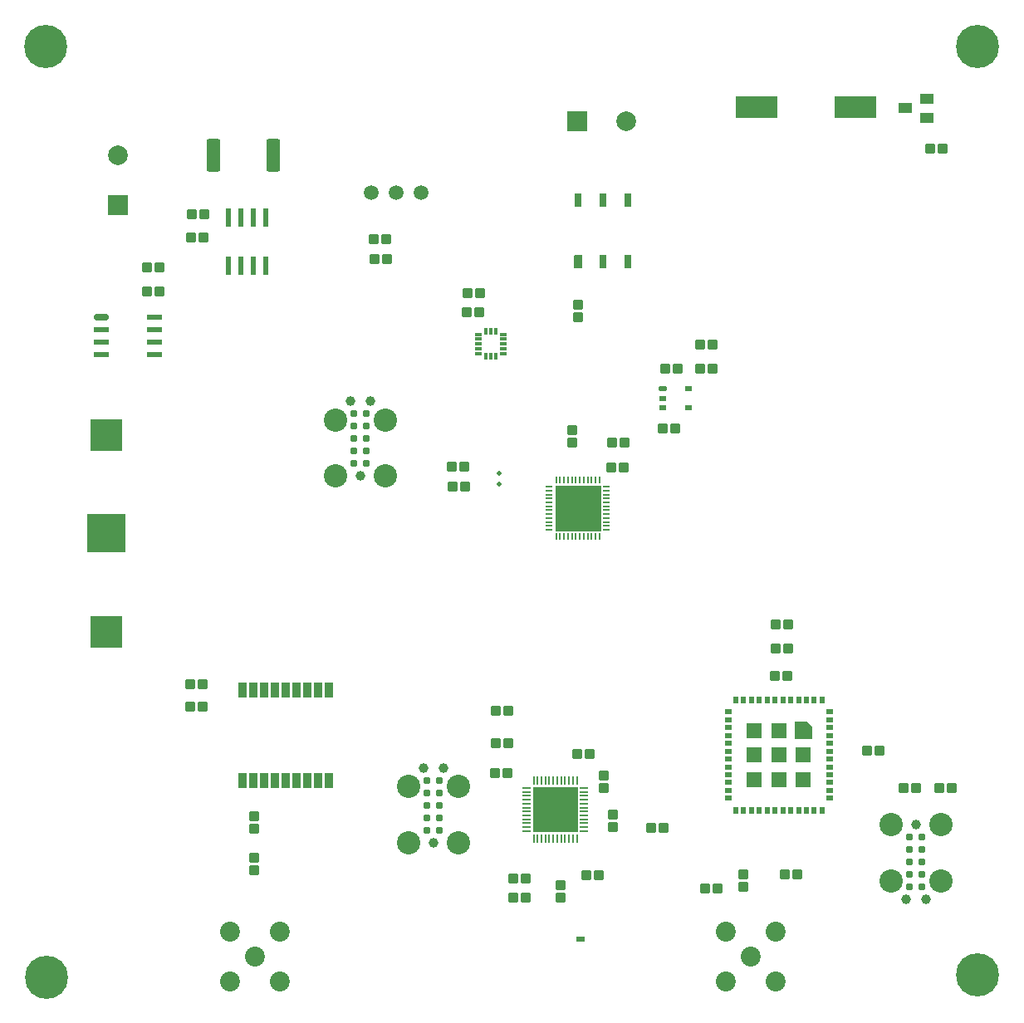
<source format=gbr>
%TF.GenerationSoftware,KiCad,Pcbnew,(5.99.0-10506-gb986797469)*%
%TF.CreationDate,2021-05-19T12:07:34+01:00*%
%TF.ProjectId,LoRa tracker,4c6f5261-2074-4726-9163-6b65722e6b69,rev?*%
%TF.SameCoordinates,Original*%
%TF.FileFunction,Soldermask,Top*%
%TF.FilePolarity,Negative*%
%FSLAX46Y46*%
G04 Gerber Fmt 4.6, Leading zero omitted, Abs format (unit mm)*
G04 Created by KiCad (PCBNEW (5.99.0-10506-gb986797469)) date 2021-05-19 12:07:34*
%MOMM*%
%LPD*%
G01*
G04 APERTURE LIST*
G04 Aperture macros list*
%AMRoundRect*
0 Rectangle with rounded corners*
0 $1 Rounding radius*
0 $2 $3 $4 $5 $6 $7 $8 $9 X,Y pos of 4 corners*
0 Add a 4 corners polygon primitive as box body*
4,1,4,$2,$3,$4,$5,$6,$7,$8,$9,$2,$3,0*
0 Add four circle primitives for the rounded corners*
1,1,$1+$1,$2,$3*
1,1,$1+$1,$4,$5*
1,1,$1+$1,$6,$7*
1,1,$1+$1,$8,$9*
0 Add four rect primitives between the rounded corners*
20,1,$1+$1,$2,$3,$4,$5,0*
20,1,$1+$1,$4,$5,$6,$7,0*
20,1,$1+$1,$6,$7,$8,$9,0*
20,1,$1+$1,$8,$9,$2,$3,0*%
%AMOutline5P*
0 Free polygon, 5 corners , with rotation*
0 The origin of the aperture is its center*
0 number of corners: always 8*
0 $1 to $10 corner X, Y*
0 $11 Rotation angle, in degrees counterclockwise*
0 create outline with 8 corners*
4,1,5,$1,$2,$3,$4,$5,$6,$7,$8,$9,$10,$1,$2,$11*%
%AMOutline6P*
0 Free polygon, 6 corners , with rotation*
0 The origin of the aperture is its center*
0 number of corners: always 6*
0 $1 to $12 corner X, Y*
0 $13 Rotation angle, in degrees counterclockwise*
0 create outline with 6 corners*
4,1,6,$1,$2,$3,$4,$5,$6,$7,$8,$9,$10,$11,$12,$1,$2,$13*%
%AMOutline7P*
0 Free polygon, 7 corners , with rotation*
0 The origin of the aperture is its center*
0 number of corners: always 7*
0 $1 to $14 corner X, Y*
0 $15 Rotation angle, in degrees counterclockwise*
0 create outline with 7 corners*
4,1,7,$1,$2,$3,$4,$5,$6,$7,$8,$9,$10,$11,$12,$13,$14,$1,$2,$15*%
%AMOutline8P*
0 Free polygon, 8 corners , with rotation*
0 The origin of the aperture is its center*
0 number of corners: always 8*
0 $1 to $16 corner X, Y*
0 $17 Rotation angle, in degrees counterclockwise*
0 create outline with 8 corners*
4,1,8,$1,$2,$3,$4,$5,$6,$7,$8,$9,$10,$11,$12,$13,$14,$15,$16,$1,$2,$17*%
G04 Aperture macros list end*
%ADD10C,0.010000*%
%ADD11RoundRect,0.250000X0.300000X-0.250000X0.300000X0.250000X-0.300000X0.250000X-0.300000X-0.250000X0*%
%ADD12R,0.220000X0.810000*%
%ADD13R,0.810000X0.220000*%
%ADD14R,4.600000X4.600000*%
%ADD15C,0.990600*%
%ADD16C,2.374900*%
%ADD17C,0.787400*%
%ADD18R,0.800000X0.300000*%
%ADD19R,0.300000X0.800000*%
%ADD20RoundRect,0.250000X-0.300000X0.250000X-0.300000X-0.250000X0.300000X-0.250000X0.300000X0.250000X0*%
%ADD21Outline5P,0.400000X0.700000X0.400000X-0.700000X-0.400000X-0.700000X-0.400000X0.540000X-0.240000X0.700000X0.000000*%
%ADD22R,0.800000X1.400000*%
%ADD23R,3.180000X3.180000*%
%ADD24R,3.960000X3.960000*%
%ADD25RoundRect,0.250000X0.250000X0.300000X-0.250000X0.300000X-0.250000X-0.300000X0.250000X-0.300000X0*%
%ADD26RoundRect,0.250000X-0.250000X-0.300000X0.250000X-0.300000X0.250000X0.300000X-0.250000X0.300000X0*%
%ADD27C,2.030000*%
%ADD28RoundRect,0.137500X0.262500X-0.137500X0.262500X0.137500X-0.262500X0.137500X-0.262500X-0.137500X0*%
%ADD29R,0.800000X0.550000*%
%ADD30C,0.500000*%
%ADD31R,1.399540X0.998220*%
%ADD32C,0.700000*%
%ADD33C,4.400000*%
%ADD34R,2.000000X2.000000*%
%ADD35C,2.000000*%
%ADD36R,0.600000X1.970000*%
%ADD37RoundRect,0.249999X-0.450001X-1.425001X0.450001X-1.425001X0.450001X1.425001X-0.450001X1.425001X0*%
%ADD38R,4.220000X2.310000*%
%ADD39C,1.500000*%
%ADD40R,0.500000X0.800000*%
%ADD41R,0.800000X0.500000*%
%ADD42R,1.000000X1.000000*%
%ADD43R,1.600000X1.600000*%
%ADD44R,0.900000X1.600000*%
%ADD45R,0.900000X0.500000*%
%ADD46R,0.710000X0.220000*%
%ADD47R,0.220000X0.710000*%
%ADD48RoundRect,0.150000X0.625000X-0.150000X0.625000X0.150000X-0.625000X0.150000X-0.625000X-0.150000X0*%
%ADD49R,1.550000X0.600000*%
G04 APERTURE END LIST*
%TO.C,U8*%
G36*
X142845000Y-109785000D02*
G01*
X142845000Y-111085000D01*
X141045000Y-111085000D01*
X141045000Y-109285000D01*
X142345000Y-109285000D01*
X142845000Y-109785000D01*
G37*
D10*
%TO.C,U7*%
X116640000Y-89820000D02*
X116640000Y-85220000D01*
X116640000Y-85220000D02*
X121240000Y-85220000D01*
X121240000Y-85220000D02*
X121240000Y-89820000D01*
X121240000Y-89820000D02*
X116640000Y-89820000D01*
G36*
X121240000Y-89820000D02*
G01*
X116640000Y-89820000D01*
X116640000Y-85220000D01*
X121240000Y-85220000D01*
X121240000Y-89820000D01*
G37*
X121240000Y-89820000D02*
X116640000Y-89820000D01*
X116640000Y-85220000D01*
X121240000Y-85220000D01*
X121240000Y-89820000D01*
%TD*%
D11*
%TO.C,C22*%
X122405000Y-80815000D03*
X123675000Y-80815000D03*
%TD*%
D12*
%TO.C,U6*%
X118840000Y-115290000D03*
X118440000Y-115290000D03*
X118040000Y-115290000D03*
X117640000Y-115290000D03*
X117240000Y-115290000D03*
X116840000Y-115290000D03*
X116440000Y-115290000D03*
X116040000Y-115290000D03*
X115640000Y-115290000D03*
X115240000Y-115290000D03*
X114840000Y-115290000D03*
X114440000Y-115290000D03*
D13*
X113690000Y-116040000D03*
X113690000Y-116440000D03*
X113690000Y-116840000D03*
X113690000Y-117240000D03*
X113690000Y-117640000D03*
X113690000Y-118040000D03*
X113690000Y-118440000D03*
X113690000Y-118840000D03*
X113690000Y-119240000D03*
X113690000Y-119640000D03*
X113690000Y-120040000D03*
X113690000Y-120440000D03*
D12*
X114440000Y-121190000D03*
X114840000Y-121190000D03*
X115240000Y-121190000D03*
X115640000Y-121190000D03*
X116040000Y-121190000D03*
X116440000Y-121190000D03*
X116840000Y-121190000D03*
X117240000Y-121190000D03*
X117640000Y-121190000D03*
X118040000Y-121190000D03*
X118440000Y-121190000D03*
X118840000Y-121190000D03*
D13*
X119590000Y-120440000D03*
X119590000Y-120040000D03*
X119590000Y-119640000D03*
X119590000Y-119240000D03*
X119590000Y-118840000D03*
X119590000Y-118440000D03*
X119590000Y-118040000D03*
X119590000Y-117640000D03*
X119590000Y-117240000D03*
X119590000Y-116840000D03*
X119590000Y-116440000D03*
X119590000Y-116040000D03*
D14*
X116640000Y-118240000D03*
%TD*%
D11*
%TO.C,C18*%
X126410000Y-120070000D03*
X127680000Y-120070000D03*
%TD*%
D15*
%TO.C,CON2*%
X95734000Y-76615000D03*
D16*
X94210000Y-84235000D03*
D15*
X97766000Y-76615000D03*
D16*
X94210000Y-78520000D03*
X99290000Y-84235000D03*
D15*
X96750000Y-84235000D03*
D16*
X99290000Y-78520000D03*
D17*
X97385000Y-82965000D03*
X97385000Y-81695000D03*
X97385000Y-80425000D03*
X97385000Y-79155000D03*
X97385000Y-77885000D03*
X96115000Y-77885000D03*
X96115000Y-79155000D03*
X96115000Y-80425000D03*
X96115000Y-81695000D03*
X96115000Y-82965000D03*
%TD*%
D18*
%TO.C,U3*%
X111341750Y-71780250D03*
X111341750Y-71280250D03*
X111341750Y-70780250D03*
X111341750Y-70280250D03*
X111341750Y-69780250D03*
D19*
X110566750Y-69505250D03*
X110066750Y-69505250D03*
X109566750Y-69505250D03*
D18*
X108791750Y-69780250D03*
X108791750Y-70280250D03*
X108791750Y-70780250D03*
X108791750Y-71280250D03*
X108791750Y-71780250D03*
D19*
X109566750Y-72055250D03*
X110066750Y-72055250D03*
X110566750Y-72055250D03*
%TD*%
D11*
%TO.C,C33*%
X106055000Y-83245000D03*
X107325000Y-83245000D03*
%TD*%
D20*
%TO.C,C26*%
X140365000Y-101785000D03*
X139095000Y-101785000D03*
%TD*%
D11*
%TO.C,R9*%
X152169000Y-116083000D03*
X153439000Y-116083000D03*
%TD*%
D20*
%TO.C,R5*%
X129122500Y-73287500D03*
X127852500Y-73287500D03*
%TD*%
D21*
%TO.C,U4*%
X118990000Y-62380000D03*
D22*
X121530000Y-62380000D03*
X124070000Y-62380000D03*
X124070000Y-56080000D03*
X121530000Y-56080000D03*
X118990000Y-56080000D03*
%TD*%
D23*
%TO.C,BT1*%
X70890000Y-80060000D03*
X70890000Y-100100000D03*
D24*
X70890000Y-90080000D03*
%TD*%
D25*
%TO.C,C20*%
X118350000Y-80830000D03*
X118350000Y-79560000D03*
%TD*%
%TO.C,R3*%
X118950000Y-68030000D03*
X118950000Y-66760000D03*
%TD*%
D11*
%TO.C,C21*%
X122350000Y-83400000D03*
X123620000Y-83400000D03*
%TD*%
%TO.C,C34*%
X106170000Y-85330000D03*
X107440000Y-85330000D03*
%TD*%
D20*
%TO.C,C25*%
X140365000Y-99395000D03*
X139095000Y-99395000D03*
%TD*%
D11*
%TO.C,C12*%
X110555000Y-111490000D03*
X111825000Y-111490000D03*
%TD*%
D26*
%TO.C,L1*%
X85935000Y-118903596D03*
X85935000Y-120173596D03*
%TD*%
D27*
%TO.C,AE3*%
X136590000Y-133190000D03*
X134050000Y-135730000D03*
X134050000Y-130650000D03*
X139130000Y-135730000D03*
X139130000Y-130650000D03*
%TD*%
D11*
%TO.C,C1*%
X98220000Y-62120000D03*
X99490000Y-62120000D03*
%TD*%
D20*
%TO.C,C8*%
X80670000Y-105490000D03*
X79400000Y-105490000D03*
%TD*%
D28*
%TO.C,U5*%
X127587500Y-75357500D03*
D29*
X127587500Y-76307500D03*
X127587500Y-77257500D03*
X130187500Y-77257500D03*
X130187500Y-75357500D03*
%TD*%
D30*
%TO.C,Y2*%
X110930000Y-85030000D03*
X110930000Y-83930000D03*
%TD*%
D31*
%TO.C,Q1*%
X154539820Y-47679960D03*
X154539820Y-45780040D03*
X152340180Y-46730000D03*
%TD*%
D20*
%TO.C,C3*%
X80835000Y-57505000D03*
X79565000Y-57505000D03*
%TD*%
D11*
%TO.C,C23*%
X140055000Y-124875000D03*
X141325000Y-124875000D03*
%TD*%
D32*
%TO.C,REF\u002A\u002A*%
X159720000Y-38750000D03*
X160886726Y-39233274D03*
D33*
X159720000Y-40400000D03*
D32*
X158553274Y-41566726D03*
X160886726Y-41566726D03*
X158553274Y-39233274D03*
X158070000Y-40400000D03*
X161370000Y-40400000D03*
X159720000Y-42050000D03*
%TD*%
D11*
%TO.C,R2*%
X154820000Y-50830000D03*
X156090000Y-50830000D03*
%TD*%
D34*
%TO.C,J2*%
X118850000Y-48020000D03*
D35*
X123850000Y-48020000D03*
%TD*%
D26*
%TO.C,R8*%
X135810000Y-124870000D03*
X135810000Y-126140000D03*
%TD*%
D20*
%TO.C,C5*%
X108920000Y-67540000D03*
X107650000Y-67540000D03*
%TD*%
%TO.C,C7*%
X80685000Y-107785000D03*
X79415000Y-107785000D03*
%TD*%
D32*
%TO.C,REF\u002A\u002A*%
X63573274Y-134153274D03*
X64740000Y-133670000D03*
X63573274Y-136486726D03*
X65906726Y-134153274D03*
X64740000Y-136970000D03*
D33*
X64740000Y-135320000D03*
D32*
X63090000Y-135320000D03*
X65906726Y-136486726D03*
X66390000Y-135320000D03*
%TD*%
D36*
%TO.C,U1*%
X87105000Y-57860000D03*
X85835000Y-57860000D03*
X84565000Y-57860000D03*
X83295000Y-57860000D03*
X83295000Y-62800000D03*
X84565000Y-62800000D03*
X85835000Y-62800000D03*
X87105000Y-62800000D03*
%TD*%
D11*
%TO.C,C11*%
X110590000Y-108210000D03*
X111860000Y-108210000D03*
%TD*%
%TO.C,C29*%
X131445000Y-70871000D03*
X132715000Y-70871000D03*
%TD*%
%TO.C,C2*%
X98130000Y-60120000D03*
X99400000Y-60120000D03*
%TD*%
D20*
%TO.C,C4*%
X80790000Y-59930000D03*
X79520000Y-59930000D03*
%TD*%
D27*
%TO.C,AE1*%
X86040000Y-133250000D03*
X88580000Y-130710000D03*
X83500000Y-130710000D03*
X88580000Y-135790000D03*
X83500000Y-135790000D03*
%TD*%
D37*
%TO.C,R1*%
X81800000Y-51490000D03*
X87900000Y-51490000D03*
%TD*%
D11*
%TO.C,C32*%
X155829000Y-116083000D03*
X157099000Y-116083000D03*
%TD*%
D32*
%TO.C,REF\u002A\u002A*%
X66370000Y-40430000D03*
X63553274Y-39263274D03*
X63553274Y-41596726D03*
D33*
X64720000Y-40430000D03*
D32*
X64720000Y-42080000D03*
X65886726Y-41596726D03*
X63070000Y-40430000D03*
X65886726Y-39263274D03*
X64720000Y-38780000D03*
%TD*%
D38*
%TO.C,PZ1*%
X147275000Y-46640000D03*
X137185000Y-46640000D03*
%TD*%
D20*
%TO.C,C27*%
X140340000Y-104620000D03*
X139070000Y-104620000D03*
%TD*%
D32*
%TO.C,REF\u002A\u002A*%
X158010000Y-135110000D03*
X158493274Y-133943274D03*
X159660000Y-136760000D03*
X160826726Y-133943274D03*
X159660000Y-133460000D03*
D33*
X159660000Y-135110000D03*
D32*
X161310000Y-135110000D03*
X160826726Y-136276726D03*
X158493274Y-136276726D03*
%TD*%
D39*
%TO.C,U2*%
X97850000Y-55330000D03*
X100390000Y-55330000D03*
X102930000Y-55330000D03*
%TD*%
D26*
%TO.C,C13*%
X121625000Y-114745000D03*
X121625000Y-116015000D03*
%TD*%
D20*
%TO.C,R7*%
X149720000Y-112250000D03*
X148450000Y-112250000D03*
%TD*%
%TO.C,C19*%
X113600000Y-127240000D03*
X112330000Y-127240000D03*
%TD*%
D34*
%TO.C,J1*%
X72055000Y-56565000D03*
D35*
X72055000Y-51565000D03*
%TD*%
D40*
%TO.C,U8*%
X143845000Y-107035000D03*
X143045000Y-107035000D03*
X142245000Y-107035000D03*
X141445000Y-107035000D03*
X140645000Y-107035000D03*
X139845000Y-107035000D03*
X139045000Y-107035000D03*
X138245000Y-107035000D03*
X137445000Y-107035000D03*
X136645000Y-107035000D03*
X135845000Y-107035000D03*
X135045000Y-107035000D03*
D41*
X134245000Y-108285000D03*
X134245000Y-109085000D03*
X134245000Y-109885000D03*
X134245000Y-110685000D03*
X134245000Y-111485000D03*
X134245000Y-112285000D03*
X134245000Y-113085000D03*
X134245000Y-113885000D03*
X134245000Y-114685000D03*
X134245000Y-115485000D03*
X134245000Y-116285000D03*
X134245000Y-117085000D03*
D40*
X135045000Y-118335000D03*
X135845000Y-118335000D03*
X136645000Y-118335000D03*
X137445000Y-118335000D03*
X138245000Y-118335000D03*
X139045000Y-118335000D03*
X139845000Y-118335000D03*
X140645000Y-118335000D03*
X141445000Y-118335000D03*
X142245000Y-118335000D03*
X143045000Y-118335000D03*
X143845000Y-118335000D03*
D41*
X144645000Y-117085000D03*
X144645000Y-116285000D03*
X144645000Y-115485000D03*
X144645000Y-114685000D03*
X144645000Y-113885000D03*
X144645000Y-113085000D03*
X144645000Y-112285000D03*
X144645000Y-111485000D03*
X144645000Y-110685000D03*
X144645000Y-109885000D03*
X144645000Y-109085000D03*
X144645000Y-108285000D03*
D42*
X141945000Y-110185000D03*
D43*
X141945000Y-112685000D03*
X141945000Y-115185000D03*
X139445000Y-110185000D03*
X139445000Y-112685000D03*
X139445000Y-115185000D03*
X136945000Y-110185000D03*
X136945000Y-112685000D03*
X136945000Y-115185000D03*
%TD*%
D11*
%TO.C,C31*%
X131445000Y-73261000D03*
X132715000Y-73261000D03*
%TD*%
D44*
%TO.C,MOD2*%
X93590000Y-106040000D03*
X92490000Y-106040000D03*
X91390000Y-106040000D03*
X90290000Y-106040000D03*
X89190000Y-106040000D03*
X88090000Y-106040000D03*
X86990000Y-106040000D03*
X85890000Y-106040000D03*
X84790000Y-106040000D03*
X84790000Y-115240000D03*
X85890000Y-115240000D03*
X86990000Y-115240000D03*
X88090000Y-115240000D03*
X89190000Y-115240000D03*
X90290000Y-115240000D03*
X91390000Y-115240000D03*
X92490000Y-115240000D03*
X93590000Y-115240000D03*
%TD*%
D20*
%TO.C,C24*%
X133200000Y-126270000D03*
X131930000Y-126270000D03*
%TD*%
D26*
%TO.C,C9*%
X85970000Y-123158596D03*
X85970000Y-124428596D03*
%TD*%
D16*
%TO.C,CON3*%
X150850000Y-125515000D03*
D15*
X152374000Y-127420000D03*
D16*
X155930000Y-125515000D03*
X155930000Y-119800000D03*
D15*
X153390000Y-119800000D03*
D16*
X150850000Y-119800000D03*
D15*
X154406000Y-127420000D03*
D17*
X152755000Y-121070000D03*
X152755000Y-122340000D03*
X152755000Y-123610000D03*
X152755000Y-124880000D03*
X152755000Y-126150000D03*
X154025000Y-126150000D03*
X154025000Y-124880000D03*
X154025000Y-123610000D03*
X154025000Y-122340000D03*
X154025000Y-121070000D03*
%TD*%
D45*
%TO.C,AE2*%
X119190000Y-131450000D03*
%TD*%
D20*
%TO.C,C6*%
X108950000Y-65620000D03*
X107680000Y-65620000D03*
%TD*%
%TO.C,R4*%
X128847500Y-79342500D03*
X127577500Y-79342500D03*
%TD*%
%TO.C,C14*%
X121040000Y-124940000D03*
X119770000Y-124940000D03*
%TD*%
D46*
%TO.C,U7*%
X116040000Y-85320000D03*
X116040000Y-85720000D03*
X116040000Y-86120000D03*
X116040000Y-86520000D03*
X116040000Y-86920000D03*
X116040000Y-87320000D03*
X116040000Y-87720000D03*
X116040000Y-88120000D03*
X116040000Y-88520000D03*
X116040000Y-88920000D03*
X116040000Y-89320000D03*
X116040000Y-89720000D03*
D47*
X116740000Y-90420000D03*
X117140000Y-90420000D03*
X117540000Y-90420000D03*
X117940000Y-90420000D03*
X118340000Y-90420000D03*
X118740000Y-90420000D03*
X119140000Y-90420000D03*
X119540000Y-90420000D03*
X119940000Y-90420000D03*
X120340000Y-90420000D03*
X120740000Y-90420000D03*
X121140000Y-90420000D03*
D46*
X121840000Y-89720000D03*
X121840000Y-89320000D03*
X121840000Y-88920000D03*
X121840000Y-88520000D03*
X121840000Y-88120000D03*
X121840000Y-87720000D03*
X121840000Y-87320000D03*
X121840000Y-86920000D03*
X121840000Y-86520000D03*
X121840000Y-86120000D03*
X121840000Y-85720000D03*
X121840000Y-85320000D03*
D47*
X121140000Y-84620000D03*
X120740000Y-84620000D03*
X120340000Y-84620000D03*
X119940000Y-84620000D03*
X119540000Y-84620000D03*
X119140000Y-84620000D03*
X118740000Y-84620000D03*
X118340000Y-84620000D03*
X117940000Y-84620000D03*
X117540000Y-84620000D03*
X117140000Y-84620000D03*
X116740000Y-84620000D03*
%TD*%
D20*
%TO.C,C15*%
X120110000Y-112560000D03*
X118840000Y-112560000D03*
%TD*%
D11*
%TO.C,R6*%
X117190000Y-125970000D03*
D26*
X117190000Y-127240000D03*
%TD*%
D11*
%TO.C,C10*%
X110460000Y-114545000D03*
X111730000Y-114545000D03*
%TD*%
D48*
%TO.C,U9*%
X70358000Y-68072000D03*
D49*
X70358000Y-69342000D03*
X70358000Y-70612000D03*
X70358000Y-71882000D03*
X75758000Y-71882000D03*
X75758000Y-70612000D03*
X75758000Y-69342000D03*
X75758000Y-68072000D03*
%TD*%
D25*
%TO.C,C17*%
X122480000Y-120020000D03*
X122480000Y-118750000D03*
%TD*%
D20*
%TO.C,C16*%
X113600000Y-125290000D03*
X112330000Y-125290000D03*
%TD*%
D11*
%TO.C,C30*%
X75057000Y-62997000D03*
X76327000Y-62997000D03*
%TD*%
%TO.C,C28*%
X75057000Y-65387000D03*
X76327000Y-65387000D03*
%TD*%
D16*
%TO.C,CON1*%
X101660000Y-115910000D03*
D15*
X103184000Y-114005000D03*
D16*
X106740000Y-121625000D03*
X106740000Y-115910000D03*
D15*
X105216000Y-114005000D03*
X104200000Y-121625000D03*
D16*
X101660000Y-121625000D03*
D17*
X104835000Y-120355000D03*
X104835000Y-119085000D03*
X104835000Y-117815000D03*
X104835000Y-116545000D03*
X104835000Y-115275000D03*
X103565000Y-115275000D03*
X103565000Y-116545000D03*
X103565000Y-117815000D03*
X103565000Y-119085000D03*
X103565000Y-120355000D03*
%TD*%
M02*

</source>
